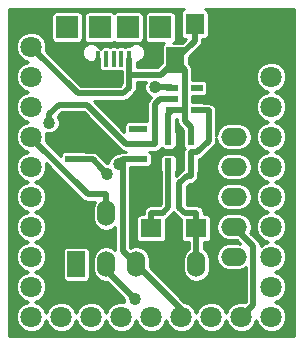
<source format=gbr>
G04 #@! TF.FileFunction,Copper,L1,Top,Signal*
%FSLAX46Y46*%
G04 Gerber Fmt 4.6, Leading zero omitted, Abs format (unit mm)*
G04 Created by KiCad (PCBNEW 0.201601131446+6458~42~ubuntu14.04.1-product) date Mon 18 Jan 2016 18:38:02 CET*
%MOMM*%
G01*
G04 APERTURE LIST*
%ADD10C,0.100000*%
%ADD11R,1.524000X2.199640*%
%ADD12O,1.524000X2.199640*%
%ADD13R,2.199640X1.524000*%
%ADD14O,2.199640X1.524000*%
%ADD15R,1.550000X0.600000*%
%ADD16R,1.600200X1.803400*%
%ADD17R,1.803400X1.600200*%
%ADD18R,1.000760X0.599440*%
%ADD19R,0.599440X1.000760*%
%ADD20R,1.897380X1.897380*%
%ADD21R,0.398780X1.348740*%
%ADD22R,0.398780X1.346200*%
%ADD23C,1.800000*%
%ADD24C,1.035000*%
%ADD25C,0.508000*%
%ADD26C,0.254000*%
G04 APERTURE END LIST*
D10*
D11*
X142240000Y-106807000D03*
D12*
X144780000Y-106807000D03*
D13*
X155575000Y-97790000D03*
D14*
X155575000Y-100330000D03*
X155575000Y-102870000D03*
X155575000Y-105410000D03*
X155575000Y-107950000D03*
X155575000Y-110490000D03*
D15*
X147480000Y-102235000D03*
X147480000Y-100965000D03*
X147480000Y-99695000D03*
X147480000Y-98425000D03*
X142080000Y-98425000D03*
X142080000Y-99695000D03*
X142080000Y-100965000D03*
X142080000Y-102235000D03*
D16*
X152273000Y-90805000D03*
X155067000Y-90805000D03*
D17*
X148590000Y-108077000D03*
X148590000Y-105283000D03*
X152400000Y-108077000D03*
X152400000Y-105283000D03*
D11*
X150622000Y-93853000D03*
D12*
X153162000Y-93853000D03*
D11*
X142240000Y-111125000D03*
D12*
X144780000Y-111125000D03*
X147320000Y-111125000D03*
X149860000Y-111125000D03*
X152400000Y-111125000D03*
D18*
X152440640Y-98107500D03*
X152440640Y-96202500D03*
X152440640Y-97155000D03*
X150327360Y-96202500D03*
X150327360Y-98107500D03*
X150327360Y-97155000D03*
D19*
X151955500Y-100543360D03*
X150050500Y-100543360D03*
X151003000Y-100543360D03*
X150050500Y-102656640D03*
X151955500Y-102656640D03*
D20*
X146613880Y-91059000D03*
X144216120Y-91059000D03*
X141465300Y-91059000D03*
X149364700Y-91059000D03*
D21*
X146715480Y-93733620D03*
D22*
X146062700Y-93733620D03*
X145415000Y-93733620D03*
X144767300Y-93733620D03*
X144114520Y-93733620D03*
D23*
X138430000Y-92710000D03*
X138430000Y-95250000D03*
X138430000Y-97790000D03*
X138430000Y-100330000D03*
X138430000Y-102870000D03*
X138430000Y-105410000D03*
X138430000Y-107950000D03*
X138430000Y-110490000D03*
X138430000Y-113030000D03*
X138430000Y-115570000D03*
X140970000Y-115570000D03*
X143510000Y-115570000D03*
X146050000Y-115570000D03*
X148590000Y-115570000D03*
X151130000Y-115570000D03*
X153670000Y-115570000D03*
X156210000Y-115570000D03*
X158750000Y-113030000D03*
X158750000Y-110490000D03*
X158750000Y-107950000D03*
X158750000Y-105410000D03*
X158750000Y-102870000D03*
X158750000Y-100330000D03*
X158750000Y-97790000D03*
X158750000Y-95250000D03*
X158750000Y-115570000D03*
X158750000Y-92710000D03*
D24*
X145162596Y-98123505D03*
X143721268Y-100358908D03*
X141097000Y-93218000D03*
X144877773Y-103470781D03*
X139956179Y-99146636D03*
X147193000Y-114046000D03*
X145836146Y-102608765D03*
X148920002Y-96116302D03*
D25*
X157233900Y-114546100D02*
X156210000Y-115570000D01*
X157233900Y-109608900D02*
X157233900Y-114546100D01*
X155575000Y-107950000D02*
X157233900Y-109608900D01*
X149571300Y-106768600D02*
X148590000Y-106768600D01*
X150050500Y-106289400D02*
X149571300Y-106768600D01*
X150050500Y-102656600D02*
X150050500Y-106289400D01*
X148590000Y-108077000D02*
X148590000Y-106768600D01*
X138430000Y-100408500D02*
X138430000Y-100330000D01*
X143220300Y-105198800D02*
X138430000Y-100408500D01*
X144780000Y-105198800D02*
X143220300Y-105198800D01*
X144780000Y-106807000D02*
X144780000Y-105198800D01*
X144115000Y-95854500D02*
X143033058Y-95854500D01*
X143033058Y-95854500D02*
X141081369Y-93902811D01*
X141081369Y-93902811D02*
X141081369Y-93233631D01*
X141081369Y-93233631D02*
X141097000Y-93218000D01*
X143721268Y-99627053D02*
X143721268Y-100358908D01*
X142080000Y-98425000D02*
X142555000Y-98425000D01*
X142555000Y-98425000D02*
X143721268Y-99591268D01*
X147480000Y-98425000D02*
X145464091Y-98425000D01*
X145464091Y-98425000D02*
X145162596Y-98123505D01*
X143721268Y-99591268D02*
X143721268Y-99627053D01*
X144115000Y-93733600D02*
X144115000Y-95854500D01*
X152273000Y-90805000D02*
X152273000Y-92215000D01*
X152273000Y-92215000D02*
X150635000Y-93853000D01*
X151432259Y-94663259D02*
X151432259Y-98171000D01*
X151432259Y-98171000D02*
X151432259Y-99011739D01*
X150327360Y-98107500D02*
X151368759Y-98107500D01*
X151368759Y-98107500D02*
X151432259Y-98171000D01*
X150050500Y-100543360D02*
X150050500Y-98384360D01*
X150050500Y-98384360D02*
X150327360Y-98107500D01*
X150622000Y-93853000D02*
X151432259Y-94663259D01*
X151432259Y-99011739D02*
X151955500Y-99534980D01*
X151955500Y-99534980D02*
X151955500Y-100543360D01*
X138430000Y-92710000D02*
X142381200Y-96661200D01*
X142381200Y-96661200D02*
X146230597Y-96661200D01*
X146230597Y-96661200D02*
X146715000Y-96176797D01*
X146715000Y-96176797D02*
X146715000Y-95827700D01*
X146715000Y-95827700D02*
X146715000Y-95090801D01*
X146715000Y-95090801D02*
X149384199Y-95090801D01*
X149384199Y-95090801D02*
X150622000Y-93853000D01*
X146715000Y-95854500D02*
X146685000Y-95885000D01*
X146715000Y-95827700D02*
X146715000Y-95854500D01*
X150635000Y-93853000D02*
X150622000Y-93853000D01*
X146715000Y-93733600D02*
X146715000Y-95073700D01*
X146715000Y-95073700D02*
X146715000Y-95827700D01*
X142080000Y-102235000D02*
X143641992Y-102235000D01*
X144360274Y-102953282D02*
X144877773Y-103470781D01*
X143641992Y-102235000D02*
X144360274Y-102953282D01*
X152440600Y-98107500D02*
X153449300Y-98107500D01*
X152460600Y-101647900D02*
X153449300Y-100659200D01*
X151955500Y-101647900D02*
X152460600Y-101647900D01*
X151955500Y-102152200D02*
X151955500Y-102656600D01*
X153449300Y-100659200D02*
X153449300Y-98107500D01*
X151590500Y-103665300D02*
X150982400Y-104273400D01*
X150982400Y-104273400D02*
X150982400Y-106332300D01*
X151955500Y-102152200D02*
X151955500Y-101647900D01*
X150982400Y-106332300D02*
X151418700Y-106768600D01*
X151418700Y-106768600D02*
X152400000Y-106768600D01*
X151955500Y-103665300D02*
X151590500Y-103665300D01*
X151955500Y-102656600D02*
X151955500Y-103665300D01*
X152400000Y-108077000D02*
X152400000Y-106768600D01*
X152400000Y-111125000D02*
X152400000Y-108077000D01*
X147480000Y-100965000D02*
X146482248Y-100965000D01*
X146482248Y-100965000D02*
X143134247Y-97616999D01*
X143134247Y-97616999D02*
X140753961Y-97616999D01*
X140753961Y-97616999D02*
X139956179Y-98414781D01*
X139956179Y-98414781D02*
X139956179Y-99146636D01*
X150327360Y-97155000D02*
X149318980Y-97155000D01*
X149318980Y-97155000D02*
X148911034Y-97562946D01*
X148911034Y-97562946D02*
X148911034Y-100965000D01*
X148911034Y-100965000D02*
X147480000Y-100965000D01*
X144780000Y-111125000D02*
X144780000Y-111633000D01*
X144780000Y-111633000D02*
X147193000Y-114046000D01*
X145836146Y-102595554D02*
X145836146Y-102608765D01*
X146196700Y-102235000D02*
X145836146Y-102595554D01*
X150241202Y-96116302D02*
X149651857Y-96116302D01*
X150327400Y-96202500D02*
X150241202Y-96116302D01*
X149651857Y-96116302D02*
X148920002Y-96116302D01*
X151130000Y-114935000D02*
X151130000Y-115570000D01*
X147320000Y-111125000D02*
X151130000Y-114935000D01*
X147480000Y-102235000D02*
X146196700Y-102235000D01*
X146196700Y-110001700D02*
X147320000Y-111125000D01*
X146196700Y-102235000D02*
X146196700Y-110001700D01*
D26*
G36*
X151331710Y-89541403D02*
X151202035Y-89624846D01*
X151115041Y-89752166D01*
X151084436Y-89903300D01*
X151084436Y-91706700D01*
X151111003Y-91847890D01*
X151194446Y-91977565D01*
X151321766Y-92064559D01*
X151472900Y-92095164D01*
X151494810Y-92095164D01*
X151225258Y-92364716D01*
X150462150Y-92364716D01*
X150584255Y-92286144D01*
X150671249Y-92158824D01*
X150701854Y-92007690D01*
X150701854Y-90110310D01*
X150675287Y-89969120D01*
X150591844Y-89839445D01*
X150464524Y-89752451D01*
X150313390Y-89721846D01*
X148416010Y-89721846D01*
X148274820Y-89748413D01*
X148145145Y-89831856D01*
X148058151Y-89959176D01*
X148027546Y-90110310D01*
X148027546Y-92007690D01*
X148054113Y-92148880D01*
X148137556Y-92278555D01*
X148264876Y-92365549D01*
X148416010Y-92396154D01*
X149711240Y-92396154D01*
X149589135Y-92474726D01*
X149502141Y-92602046D01*
X149471536Y-92753180D01*
X149471536Y-94105438D01*
X149121173Y-94455801D01*
X147350000Y-94455801D01*
X147350000Y-93987651D01*
X147469347Y-93987755D01*
X147756053Y-93869291D01*
X147975600Y-93650127D01*
X148094565Y-93363628D01*
X148094835Y-93053413D01*
X147976371Y-92766707D01*
X147757207Y-92547160D01*
X147470708Y-92428195D01*
X147160493Y-92427925D01*
X146873787Y-92546389D01*
X146749173Y-92670786D01*
X146516090Y-92670786D01*
X146381178Y-92696172D01*
X146262090Y-92672056D01*
X145863310Y-92672056D01*
X145734282Y-92696334D01*
X145614390Y-92672056D01*
X145215610Y-92672056D01*
X145086582Y-92696334D01*
X144966690Y-92672056D01*
X144567910Y-92672056D01*
X144426720Y-92698623D01*
X144297045Y-92782066D01*
X144228137Y-92882916D01*
X144179071Y-92764167D01*
X143959907Y-92544620D01*
X143673408Y-92425655D01*
X143363193Y-92425385D01*
X143076487Y-92543849D01*
X142856940Y-92763013D01*
X142737975Y-93049512D01*
X142737705Y-93359727D01*
X142856169Y-93646433D01*
X143075333Y-93865980D01*
X143361832Y-93984945D01*
X143672047Y-93985215D01*
X143958753Y-93866751D01*
X144178300Y-93647587D01*
X144179446Y-93644827D01*
X144179446Y-94406720D01*
X144206013Y-94547910D01*
X144289456Y-94677585D01*
X144416776Y-94764579D01*
X144567910Y-94795184D01*
X144966690Y-94795184D01*
X145095718Y-94770906D01*
X145215610Y-94795184D01*
X145614390Y-94795184D01*
X145743418Y-94770906D01*
X145863310Y-94795184D01*
X146080000Y-94795184D01*
X146080000Y-95732742D01*
X146050021Y-95890248D01*
X146059216Y-95934555D01*
X145967571Y-96026200D01*
X142644226Y-96026200D01*
X139673565Y-93055539D01*
X139710777Y-92965924D01*
X139711222Y-92456311D01*
X139516612Y-91985320D01*
X139156575Y-91624655D01*
X138685924Y-91429223D01*
X138176311Y-91428778D01*
X137705320Y-91623388D01*
X137344655Y-91983425D01*
X137149223Y-92454076D01*
X137148778Y-92963689D01*
X137343388Y-93434680D01*
X137703425Y-93795345D01*
X138148636Y-93980213D01*
X137705320Y-94163388D01*
X137344655Y-94523425D01*
X137149223Y-94994076D01*
X137148778Y-95503689D01*
X137343388Y-95974680D01*
X137703425Y-96335345D01*
X138148636Y-96520213D01*
X137705320Y-96703388D01*
X137344655Y-97063425D01*
X137149223Y-97534076D01*
X137148778Y-98043689D01*
X137343388Y-98514680D01*
X137703425Y-98875345D01*
X138148636Y-99060213D01*
X137705320Y-99243388D01*
X137344655Y-99603425D01*
X137149223Y-100074076D01*
X137148778Y-100583689D01*
X137343388Y-101054680D01*
X137703425Y-101415345D01*
X138148636Y-101600213D01*
X137705320Y-101783388D01*
X137344655Y-102143425D01*
X137149223Y-102614076D01*
X137148778Y-103123689D01*
X137343388Y-103594680D01*
X137703425Y-103955345D01*
X138148636Y-104140213D01*
X137705320Y-104323388D01*
X137344655Y-104683425D01*
X137149223Y-105154076D01*
X137148778Y-105663689D01*
X137343388Y-106134680D01*
X137703425Y-106495345D01*
X138148636Y-106680213D01*
X137705320Y-106863388D01*
X137344655Y-107223425D01*
X137149223Y-107694076D01*
X137148778Y-108203689D01*
X137343388Y-108674680D01*
X137703425Y-109035345D01*
X138148636Y-109220213D01*
X137705320Y-109403388D01*
X137344655Y-109763425D01*
X137149223Y-110234076D01*
X137148778Y-110743689D01*
X137343388Y-111214680D01*
X137703425Y-111575345D01*
X138148636Y-111760213D01*
X137705320Y-111943388D01*
X137344655Y-112303425D01*
X137149223Y-112774076D01*
X137148778Y-113283689D01*
X137343388Y-113754680D01*
X137703425Y-114115345D01*
X138148636Y-114300213D01*
X137705320Y-114483388D01*
X137344655Y-114843425D01*
X137149223Y-115314076D01*
X137148778Y-115823689D01*
X137343388Y-116294680D01*
X137703425Y-116655345D01*
X138174076Y-116850777D01*
X138683689Y-116851222D01*
X139154680Y-116656612D01*
X139515345Y-116296575D01*
X139700213Y-115851364D01*
X139883388Y-116294680D01*
X140243425Y-116655345D01*
X140714076Y-116850777D01*
X141223689Y-116851222D01*
X141694680Y-116656612D01*
X142055345Y-116296575D01*
X142240213Y-115851364D01*
X142423388Y-116294680D01*
X142783425Y-116655345D01*
X143254076Y-116850777D01*
X143763689Y-116851222D01*
X144234680Y-116656612D01*
X144595345Y-116296575D01*
X144780213Y-115851364D01*
X144963388Y-116294680D01*
X145323425Y-116655345D01*
X145794076Y-116850777D01*
X146303689Y-116851222D01*
X146774680Y-116656612D01*
X147135345Y-116296575D01*
X147320213Y-115851364D01*
X147503388Y-116294680D01*
X147863425Y-116655345D01*
X148334076Y-116850777D01*
X148843689Y-116851222D01*
X149314680Y-116656612D01*
X149675345Y-116296575D01*
X149860213Y-115851364D01*
X150043388Y-116294680D01*
X150403425Y-116655345D01*
X150874076Y-116850777D01*
X151383689Y-116851222D01*
X151854680Y-116656612D01*
X152215345Y-116296575D01*
X152400213Y-115851364D01*
X152583388Y-116294680D01*
X152943425Y-116655345D01*
X153414076Y-116850777D01*
X153923689Y-116851222D01*
X154394680Y-116656612D01*
X154755345Y-116296575D01*
X154940213Y-115851364D01*
X155123388Y-116294680D01*
X155483425Y-116655345D01*
X155954076Y-116850777D01*
X156463689Y-116851222D01*
X156934680Y-116656612D01*
X157295345Y-116296575D01*
X157480213Y-115851364D01*
X157663388Y-116294680D01*
X158023425Y-116655345D01*
X158494076Y-116850777D01*
X159003689Y-116851222D01*
X159474680Y-116656612D01*
X159835345Y-116296575D01*
X160030777Y-115825924D01*
X160031222Y-115316311D01*
X159836612Y-114845320D01*
X159476575Y-114484655D01*
X159031364Y-114299787D01*
X159474680Y-114116612D01*
X159835345Y-113756575D01*
X160030777Y-113285924D01*
X160031222Y-112776311D01*
X159836612Y-112305320D01*
X159476575Y-111944655D01*
X159031364Y-111759787D01*
X159474680Y-111576612D01*
X159835345Y-111216575D01*
X160030777Y-110745924D01*
X160031222Y-110236311D01*
X159836612Y-109765320D01*
X159476575Y-109404655D01*
X159031364Y-109219787D01*
X159474680Y-109036612D01*
X159835345Y-108676575D01*
X160030777Y-108205924D01*
X160031222Y-107696311D01*
X159836612Y-107225320D01*
X159476575Y-106864655D01*
X159031364Y-106679787D01*
X159474680Y-106496612D01*
X159835345Y-106136575D01*
X160030777Y-105665924D01*
X160031222Y-105156311D01*
X159836612Y-104685320D01*
X159476575Y-104324655D01*
X159031364Y-104139787D01*
X159474680Y-103956612D01*
X159835345Y-103596575D01*
X160030777Y-103125924D01*
X160031222Y-102616311D01*
X159836612Y-102145320D01*
X159476575Y-101784655D01*
X159031364Y-101599787D01*
X159474680Y-101416612D01*
X159835345Y-101056575D01*
X160030777Y-100585924D01*
X160031222Y-100076311D01*
X159836612Y-99605320D01*
X159476575Y-99244655D01*
X159031364Y-99059787D01*
X159474680Y-98876612D01*
X159835345Y-98516575D01*
X160030777Y-98045924D01*
X160031222Y-97536311D01*
X159836612Y-97065320D01*
X159476575Y-96704655D01*
X159031364Y-96519787D01*
X159474680Y-96336612D01*
X159835345Y-95976575D01*
X160030777Y-95505924D01*
X160031222Y-94996311D01*
X159836612Y-94525320D01*
X159476575Y-94164655D01*
X159005924Y-93969223D01*
X158496311Y-93968778D01*
X158025320Y-94163388D01*
X157664655Y-94523425D01*
X157469223Y-94994076D01*
X157468778Y-95503689D01*
X157663388Y-95974680D01*
X158023425Y-96335345D01*
X158468636Y-96520213D01*
X158025320Y-96703388D01*
X157664655Y-97063425D01*
X157469223Y-97534076D01*
X157468778Y-98043689D01*
X157663388Y-98514680D01*
X158023425Y-98875345D01*
X158468636Y-99060213D01*
X158025320Y-99243388D01*
X157664655Y-99603425D01*
X157469223Y-100074076D01*
X157468778Y-100583689D01*
X157663388Y-101054680D01*
X158023425Y-101415345D01*
X158468636Y-101600213D01*
X158025320Y-101783388D01*
X157664655Y-102143425D01*
X157469223Y-102614076D01*
X157468778Y-103123689D01*
X157663388Y-103594680D01*
X158023425Y-103955345D01*
X158468636Y-104140213D01*
X158025320Y-104323388D01*
X157664655Y-104683425D01*
X157469223Y-105154076D01*
X157468778Y-105663689D01*
X157663388Y-106134680D01*
X158023425Y-106495345D01*
X158468636Y-106680213D01*
X158025320Y-106863388D01*
X157664655Y-107223425D01*
X157469223Y-107694076D01*
X157468778Y-108203689D01*
X157663388Y-108674680D01*
X158023425Y-109035345D01*
X158468636Y-109220213D01*
X158025320Y-109403388D01*
X157860708Y-109567714D01*
X157820564Y-109365896D01*
X157682913Y-109159887D01*
X156962821Y-108439795D01*
X156997825Y-108387407D01*
X157084831Y-107950000D01*
X156997825Y-107512593D01*
X156750054Y-107141777D01*
X156379238Y-106894006D01*
X155941831Y-106807000D01*
X155208169Y-106807000D01*
X154770762Y-106894006D01*
X154399946Y-107141777D01*
X154152175Y-107512593D01*
X154065169Y-107950000D01*
X154152175Y-108387407D01*
X154399946Y-108758223D01*
X154770762Y-109005994D01*
X155208169Y-109093000D01*
X155819974Y-109093000D01*
X156106786Y-109379812D01*
X155941831Y-109347000D01*
X155208169Y-109347000D01*
X154770762Y-109434006D01*
X154399946Y-109681777D01*
X154152175Y-110052593D01*
X154065169Y-110490000D01*
X154152175Y-110927407D01*
X154399946Y-111298223D01*
X154770762Y-111545994D01*
X155208169Y-111633000D01*
X155941831Y-111633000D01*
X156379238Y-111545994D01*
X156598900Y-111399221D01*
X156598900Y-114283074D01*
X156555539Y-114326435D01*
X156465924Y-114289223D01*
X155956311Y-114288778D01*
X155485320Y-114483388D01*
X155124655Y-114843425D01*
X154939787Y-115288636D01*
X154756612Y-114845320D01*
X154396575Y-114484655D01*
X153925924Y-114289223D01*
X153416311Y-114288778D01*
X152945320Y-114483388D01*
X152584655Y-114843425D01*
X152399787Y-115288636D01*
X152216612Y-114845320D01*
X151856575Y-114484655D01*
X151385924Y-114289223D01*
X151382246Y-114289220D01*
X148463000Y-111369974D01*
X148463000Y-110758169D01*
X148375994Y-110320762D01*
X148128223Y-109949946D01*
X147757407Y-109702175D01*
X147320000Y-109615169D01*
X146882593Y-109702175D01*
X146831700Y-109736181D01*
X146831700Y-102923464D01*
X148255000Y-102923464D01*
X148396190Y-102896897D01*
X148525865Y-102813454D01*
X148612859Y-102686134D01*
X148643464Y-102535000D01*
X148643464Y-101935000D01*
X148616897Y-101793810D01*
X148533454Y-101664135D01*
X148439589Y-101600000D01*
X148911034Y-101600000D01*
X149154038Y-101551664D01*
X149360047Y-101414013D01*
X149449829Y-101279644D01*
X149472326Y-101314605D01*
X149599646Y-101401599D01*
X149750780Y-101432204D01*
X150350220Y-101432204D01*
X150491410Y-101405637D01*
X150621085Y-101322194D01*
X150708079Y-101194874D01*
X150738684Y-101043740D01*
X150738684Y-100042980D01*
X150712117Y-99901790D01*
X150685500Y-99860426D01*
X150685500Y-98795684D01*
X150797259Y-98795684D01*
X150797259Y-99011739D01*
X150845595Y-99254743D01*
X150983246Y-99460752D01*
X151320500Y-99798005D01*
X151320500Y-99858801D01*
X151297921Y-99891846D01*
X151267316Y-100042980D01*
X151267316Y-101043740D01*
X151293883Y-101184930D01*
X151377326Y-101314605D01*
X151412917Y-101338924D01*
X151368836Y-101404896D01*
X151320500Y-101647900D01*
X151320500Y-101972081D01*
X151297921Y-102005126D01*
X151267316Y-102156260D01*
X151267316Y-103132210D01*
X151141487Y-103216287D01*
X150685500Y-103672274D01*
X150685500Y-103341199D01*
X150708079Y-103308154D01*
X150738684Y-103157020D01*
X150738684Y-102156260D01*
X150712117Y-102015070D01*
X150628674Y-101885395D01*
X150501354Y-101798401D01*
X150350220Y-101767796D01*
X149750780Y-101767796D01*
X149609590Y-101794363D01*
X149479915Y-101877806D01*
X149392921Y-102005126D01*
X149362316Y-102156260D01*
X149362316Y-103157020D01*
X149388883Y-103298210D01*
X149415500Y-103339574D01*
X149415500Y-106026374D01*
X149308274Y-106133600D01*
X148590000Y-106133600D01*
X148346996Y-106181936D01*
X148140987Y-106319587D01*
X148003336Y-106525596D01*
X147955000Y-106768600D01*
X147955000Y-106888436D01*
X147688300Y-106888436D01*
X147547110Y-106915003D01*
X147417435Y-106998446D01*
X147330441Y-107125766D01*
X147299836Y-107276900D01*
X147299836Y-108877100D01*
X147326403Y-109018290D01*
X147409846Y-109147965D01*
X147537166Y-109234959D01*
X147688300Y-109265564D01*
X149491700Y-109265564D01*
X149632890Y-109238997D01*
X149762565Y-109155554D01*
X149849559Y-109028234D01*
X149880164Y-108877100D01*
X149880164Y-107311258D01*
X150020313Y-107217613D01*
X150499513Y-106738413D01*
X150502118Y-106734515D01*
X150533387Y-106781313D01*
X150969687Y-107217613D01*
X151109836Y-107311258D01*
X151109836Y-108877100D01*
X151136403Y-109018290D01*
X151219846Y-109147965D01*
X151347166Y-109234959D01*
X151498300Y-109265564D01*
X151765000Y-109265564D01*
X151765000Y-109834202D01*
X151591777Y-109949946D01*
X151344006Y-110320762D01*
X151257000Y-110758169D01*
X151257000Y-111491831D01*
X151344006Y-111929238D01*
X151591777Y-112300054D01*
X151962593Y-112547825D01*
X152400000Y-112634831D01*
X152837407Y-112547825D01*
X153208223Y-112300054D01*
X153455994Y-111929238D01*
X153543000Y-111491831D01*
X153543000Y-110758169D01*
X153455994Y-110320762D01*
X153208223Y-109949946D01*
X153035000Y-109834202D01*
X153035000Y-109265564D01*
X153301700Y-109265564D01*
X153442890Y-109238997D01*
X153572565Y-109155554D01*
X153659559Y-109028234D01*
X153690164Y-108877100D01*
X153690164Y-107276900D01*
X153663597Y-107135710D01*
X153580154Y-107006035D01*
X153452834Y-106919041D01*
X153301700Y-106888436D01*
X153035000Y-106888436D01*
X153035000Y-106768600D01*
X152986664Y-106525596D01*
X152849013Y-106319587D01*
X152643004Y-106181936D01*
X152400000Y-106133600D01*
X151681726Y-106133600D01*
X151617400Y-106069274D01*
X151617400Y-105410000D01*
X154065169Y-105410000D01*
X154152175Y-105847407D01*
X154399946Y-106218223D01*
X154770762Y-106465994D01*
X155208169Y-106553000D01*
X155941831Y-106553000D01*
X156379238Y-106465994D01*
X156750054Y-106218223D01*
X156997825Y-105847407D01*
X157084831Y-105410000D01*
X156997825Y-104972593D01*
X156750054Y-104601777D01*
X156379238Y-104354006D01*
X155941831Y-104267000D01*
X155208169Y-104267000D01*
X154770762Y-104354006D01*
X154399946Y-104601777D01*
X154152175Y-104972593D01*
X154065169Y-105410000D01*
X151617400Y-105410000D01*
X151617400Y-104536426D01*
X151853526Y-104300300D01*
X151955500Y-104300300D01*
X152198504Y-104251964D01*
X152404513Y-104114313D01*
X152542164Y-103908304D01*
X152590500Y-103665300D01*
X152590500Y-103341199D01*
X152613079Y-103308154D01*
X152643684Y-103157020D01*
X152643684Y-102870000D01*
X154065169Y-102870000D01*
X154152175Y-103307407D01*
X154399946Y-103678223D01*
X154770762Y-103925994D01*
X155208169Y-104013000D01*
X155941831Y-104013000D01*
X156379238Y-103925994D01*
X156750054Y-103678223D01*
X156997825Y-103307407D01*
X157084831Y-102870000D01*
X156997825Y-102432593D01*
X156750054Y-102061777D01*
X156379238Y-101814006D01*
X155941831Y-101727000D01*
X155208169Y-101727000D01*
X154770762Y-101814006D01*
X154399946Y-102061777D01*
X154152175Y-102432593D01*
X154065169Y-102870000D01*
X152643684Y-102870000D01*
X152643684Y-102246483D01*
X152703604Y-102234564D01*
X152909613Y-102096913D01*
X153898313Y-101108213D01*
X154035964Y-100902204D01*
X154084300Y-100659200D01*
X154084300Y-100426178D01*
X154152175Y-100767407D01*
X154399946Y-101138223D01*
X154770762Y-101385994D01*
X155208169Y-101473000D01*
X155941831Y-101473000D01*
X156379238Y-101385994D01*
X156750054Y-101138223D01*
X156997825Y-100767407D01*
X157084831Y-100330000D01*
X156997825Y-99892593D01*
X156750054Y-99521777D01*
X156379238Y-99274006D01*
X155941831Y-99187000D01*
X155208169Y-99187000D01*
X154770762Y-99274006D01*
X154399946Y-99521777D01*
X154152175Y-99892593D01*
X154084300Y-100233822D01*
X154084300Y-98107500D01*
X154035964Y-97864496D01*
X153898313Y-97658487D01*
X153692304Y-97520836D01*
X153449300Y-97472500D01*
X153125199Y-97472500D01*
X153092154Y-97449921D01*
X152941020Y-97419316D01*
X152067259Y-97419316D01*
X152067259Y-96890684D01*
X152941020Y-96890684D01*
X153082210Y-96864117D01*
X153211885Y-96780674D01*
X153298879Y-96653354D01*
X153329484Y-96502220D01*
X153329484Y-95902780D01*
X153302917Y-95761590D01*
X153219474Y-95631915D01*
X153092154Y-95544921D01*
X152941020Y-95514316D01*
X152067259Y-95514316D01*
X152067259Y-94663259D01*
X152059587Y-94624687D01*
X152018923Y-94420254D01*
X151881272Y-94214246D01*
X151772464Y-94105438D01*
X151772464Y-93613562D01*
X152722013Y-92664013D01*
X152859664Y-92458004D01*
X152908000Y-92215000D01*
X152908000Y-92095164D01*
X153073100Y-92095164D01*
X153214290Y-92068597D01*
X153343965Y-91985154D01*
X153430959Y-91857834D01*
X153461564Y-91706700D01*
X153461564Y-89903300D01*
X153434997Y-89762110D01*
X153351554Y-89632435D01*
X153224234Y-89545441D01*
X153172674Y-89535000D01*
X160655000Y-89535000D01*
X160655000Y-117221000D01*
X136525000Y-117221000D01*
X136525000Y-90110310D01*
X140128146Y-90110310D01*
X140128146Y-92007690D01*
X140154713Y-92148880D01*
X140238156Y-92278555D01*
X140365476Y-92365549D01*
X140516610Y-92396154D01*
X142413990Y-92396154D01*
X142555180Y-92369587D01*
X142684855Y-92286144D01*
X142771849Y-92158824D01*
X142802454Y-92007690D01*
X142802454Y-90110310D01*
X142878966Y-90110310D01*
X142878966Y-92007690D01*
X142905533Y-92148880D01*
X142988976Y-92278555D01*
X143116296Y-92365549D01*
X143267430Y-92396154D01*
X145164810Y-92396154D01*
X145306000Y-92369587D01*
X145416192Y-92298681D01*
X145514056Y-92365549D01*
X145665190Y-92396154D01*
X147562570Y-92396154D01*
X147703760Y-92369587D01*
X147833435Y-92286144D01*
X147920429Y-92158824D01*
X147951034Y-92007690D01*
X147951034Y-90110310D01*
X147924467Y-89969120D01*
X147841024Y-89839445D01*
X147713704Y-89752451D01*
X147562570Y-89721846D01*
X145665190Y-89721846D01*
X145524000Y-89748413D01*
X145413808Y-89819319D01*
X145315944Y-89752451D01*
X145164810Y-89721846D01*
X143267430Y-89721846D01*
X143126240Y-89748413D01*
X142996565Y-89831856D01*
X142909571Y-89959176D01*
X142878966Y-90110310D01*
X142802454Y-90110310D01*
X142775887Y-89969120D01*
X142692444Y-89839445D01*
X142565124Y-89752451D01*
X142413990Y-89721846D01*
X140516610Y-89721846D01*
X140375420Y-89748413D01*
X140245745Y-89831856D01*
X140158751Y-89959176D01*
X140128146Y-90110310D01*
X136525000Y-90110310D01*
X136525000Y-89535000D01*
X151365739Y-89535000D01*
X151331710Y-89541403D01*
X151331710Y-89541403D01*
G37*
X151331710Y-89541403D02*
X151202035Y-89624846D01*
X151115041Y-89752166D01*
X151084436Y-89903300D01*
X151084436Y-91706700D01*
X151111003Y-91847890D01*
X151194446Y-91977565D01*
X151321766Y-92064559D01*
X151472900Y-92095164D01*
X151494810Y-92095164D01*
X151225258Y-92364716D01*
X150462150Y-92364716D01*
X150584255Y-92286144D01*
X150671249Y-92158824D01*
X150701854Y-92007690D01*
X150701854Y-90110310D01*
X150675287Y-89969120D01*
X150591844Y-89839445D01*
X150464524Y-89752451D01*
X150313390Y-89721846D01*
X148416010Y-89721846D01*
X148274820Y-89748413D01*
X148145145Y-89831856D01*
X148058151Y-89959176D01*
X148027546Y-90110310D01*
X148027546Y-92007690D01*
X148054113Y-92148880D01*
X148137556Y-92278555D01*
X148264876Y-92365549D01*
X148416010Y-92396154D01*
X149711240Y-92396154D01*
X149589135Y-92474726D01*
X149502141Y-92602046D01*
X149471536Y-92753180D01*
X149471536Y-94105438D01*
X149121173Y-94455801D01*
X147350000Y-94455801D01*
X147350000Y-93987651D01*
X147469347Y-93987755D01*
X147756053Y-93869291D01*
X147975600Y-93650127D01*
X148094565Y-93363628D01*
X148094835Y-93053413D01*
X147976371Y-92766707D01*
X147757207Y-92547160D01*
X147470708Y-92428195D01*
X147160493Y-92427925D01*
X146873787Y-92546389D01*
X146749173Y-92670786D01*
X146516090Y-92670786D01*
X146381178Y-92696172D01*
X146262090Y-92672056D01*
X145863310Y-92672056D01*
X145734282Y-92696334D01*
X145614390Y-92672056D01*
X145215610Y-92672056D01*
X145086582Y-92696334D01*
X144966690Y-92672056D01*
X144567910Y-92672056D01*
X144426720Y-92698623D01*
X144297045Y-92782066D01*
X144228137Y-92882916D01*
X144179071Y-92764167D01*
X143959907Y-92544620D01*
X143673408Y-92425655D01*
X143363193Y-92425385D01*
X143076487Y-92543849D01*
X142856940Y-92763013D01*
X142737975Y-93049512D01*
X142737705Y-93359727D01*
X142856169Y-93646433D01*
X143075333Y-93865980D01*
X143361832Y-93984945D01*
X143672047Y-93985215D01*
X143958753Y-93866751D01*
X144178300Y-93647587D01*
X144179446Y-93644827D01*
X144179446Y-94406720D01*
X144206013Y-94547910D01*
X144289456Y-94677585D01*
X144416776Y-94764579D01*
X144567910Y-94795184D01*
X144966690Y-94795184D01*
X145095718Y-94770906D01*
X145215610Y-94795184D01*
X145614390Y-94795184D01*
X145743418Y-94770906D01*
X145863310Y-94795184D01*
X146080000Y-94795184D01*
X146080000Y-95732742D01*
X146050021Y-95890248D01*
X146059216Y-95934555D01*
X145967571Y-96026200D01*
X142644226Y-96026200D01*
X139673565Y-93055539D01*
X139710777Y-92965924D01*
X139711222Y-92456311D01*
X139516612Y-91985320D01*
X139156575Y-91624655D01*
X138685924Y-91429223D01*
X138176311Y-91428778D01*
X137705320Y-91623388D01*
X137344655Y-91983425D01*
X137149223Y-92454076D01*
X137148778Y-92963689D01*
X137343388Y-93434680D01*
X137703425Y-93795345D01*
X138148636Y-93980213D01*
X137705320Y-94163388D01*
X137344655Y-94523425D01*
X137149223Y-94994076D01*
X137148778Y-95503689D01*
X137343388Y-95974680D01*
X137703425Y-96335345D01*
X138148636Y-96520213D01*
X137705320Y-96703388D01*
X137344655Y-97063425D01*
X137149223Y-97534076D01*
X137148778Y-98043689D01*
X137343388Y-98514680D01*
X137703425Y-98875345D01*
X138148636Y-99060213D01*
X137705320Y-99243388D01*
X137344655Y-99603425D01*
X137149223Y-100074076D01*
X137148778Y-100583689D01*
X137343388Y-101054680D01*
X137703425Y-101415345D01*
X138148636Y-101600213D01*
X137705320Y-101783388D01*
X137344655Y-102143425D01*
X137149223Y-102614076D01*
X137148778Y-103123689D01*
X137343388Y-103594680D01*
X137703425Y-103955345D01*
X138148636Y-104140213D01*
X137705320Y-104323388D01*
X137344655Y-104683425D01*
X137149223Y-105154076D01*
X137148778Y-105663689D01*
X137343388Y-106134680D01*
X137703425Y-106495345D01*
X138148636Y-106680213D01*
X137705320Y-106863388D01*
X137344655Y-107223425D01*
X137149223Y-107694076D01*
X137148778Y-108203689D01*
X137343388Y-108674680D01*
X137703425Y-109035345D01*
X138148636Y-109220213D01*
X137705320Y-109403388D01*
X137344655Y-109763425D01*
X137149223Y-110234076D01*
X137148778Y-110743689D01*
X137343388Y-111214680D01*
X137703425Y-111575345D01*
X138148636Y-111760213D01*
X137705320Y-111943388D01*
X137344655Y-112303425D01*
X137149223Y-112774076D01*
X137148778Y-113283689D01*
X137343388Y-113754680D01*
X137703425Y-114115345D01*
X138148636Y-114300213D01*
X137705320Y-114483388D01*
X137344655Y-114843425D01*
X137149223Y-115314076D01*
X137148778Y-115823689D01*
X137343388Y-116294680D01*
X137703425Y-116655345D01*
X138174076Y-116850777D01*
X138683689Y-116851222D01*
X139154680Y-116656612D01*
X139515345Y-116296575D01*
X139700213Y-115851364D01*
X139883388Y-116294680D01*
X140243425Y-116655345D01*
X140714076Y-116850777D01*
X141223689Y-116851222D01*
X141694680Y-116656612D01*
X142055345Y-116296575D01*
X142240213Y-115851364D01*
X142423388Y-116294680D01*
X142783425Y-116655345D01*
X143254076Y-116850777D01*
X143763689Y-116851222D01*
X144234680Y-116656612D01*
X144595345Y-116296575D01*
X144780213Y-115851364D01*
X144963388Y-116294680D01*
X145323425Y-116655345D01*
X145794076Y-116850777D01*
X146303689Y-116851222D01*
X146774680Y-116656612D01*
X147135345Y-116296575D01*
X147320213Y-115851364D01*
X147503388Y-116294680D01*
X147863425Y-116655345D01*
X148334076Y-116850777D01*
X148843689Y-116851222D01*
X149314680Y-116656612D01*
X149675345Y-116296575D01*
X149860213Y-115851364D01*
X150043388Y-116294680D01*
X150403425Y-116655345D01*
X150874076Y-116850777D01*
X151383689Y-116851222D01*
X151854680Y-116656612D01*
X152215345Y-116296575D01*
X152400213Y-115851364D01*
X152583388Y-116294680D01*
X152943425Y-116655345D01*
X153414076Y-116850777D01*
X153923689Y-116851222D01*
X154394680Y-116656612D01*
X154755345Y-116296575D01*
X154940213Y-115851364D01*
X155123388Y-116294680D01*
X155483425Y-116655345D01*
X155954076Y-116850777D01*
X156463689Y-116851222D01*
X156934680Y-116656612D01*
X157295345Y-116296575D01*
X157480213Y-115851364D01*
X157663388Y-116294680D01*
X158023425Y-116655345D01*
X158494076Y-116850777D01*
X159003689Y-116851222D01*
X159474680Y-116656612D01*
X159835345Y-116296575D01*
X160030777Y-115825924D01*
X160031222Y-115316311D01*
X159836612Y-114845320D01*
X159476575Y-114484655D01*
X159031364Y-114299787D01*
X159474680Y-114116612D01*
X159835345Y-113756575D01*
X160030777Y-113285924D01*
X160031222Y-112776311D01*
X159836612Y-112305320D01*
X159476575Y-111944655D01*
X159031364Y-111759787D01*
X159474680Y-111576612D01*
X159835345Y-111216575D01*
X160030777Y-110745924D01*
X160031222Y-110236311D01*
X159836612Y-109765320D01*
X159476575Y-109404655D01*
X159031364Y-109219787D01*
X159474680Y-109036612D01*
X159835345Y-108676575D01*
X160030777Y-108205924D01*
X160031222Y-107696311D01*
X159836612Y-107225320D01*
X159476575Y-106864655D01*
X159031364Y-106679787D01*
X159474680Y-106496612D01*
X159835345Y-106136575D01*
X160030777Y-105665924D01*
X160031222Y-105156311D01*
X159836612Y-104685320D01*
X159476575Y-104324655D01*
X159031364Y-104139787D01*
X159474680Y-103956612D01*
X159835345Y-103596575D01*
X160030777Y-103125924D01*
X160031222Y-102616311D01*
X159836612Y-102145320D01*
X159476575Y-101784655D01*
X159031364Y-101599787D01*
X159474680Y-101416612D01*
X159835345Y-101056575D01*
X160030777Y-100585924D01*
X160031222Y-100076311D01*
X159836612Y-99605320D01*
X159476575Y-99244655D01*
X159031364Y-99059787D01*
X159474680Y-98876612D01*
X159835345Y-98516575D01*
X160030777Y-98045924D01*
X160031222Y-97536311D01*
X159836612Y-97065320D01*
X159476575Y-96704655D01*
X159031364Y-96519787D01*
X159474680Y-96336612D01*
X159835345Y-95976575D01*
X160030777Y-95505924D01*
X160031222Y-94996311D01*
X159836612Y-94525320D01*
X159476575Y-94164655D01*
X159005924Y-93969223D01*
X158496311Y-93968778D01*
X158025320Y-94163388D01*
X157664655Y-94523425D01*
X157469223Y-94994076D01*
X157468778Y-95503689D01*
X157663388Y-95974680D01*
X158023425Y-96335345D01*
X158468636Y-96520213D01*
X158025320Y-96703388D01*
X157664655Y-97063425D01*
X157469223Y-97534076D01*
X157468778Y-98043689D01*
X157663388Y-98514680D01*
X158023425Y-98875345D01*
X158468636Y-99060213D01*
X158025320Y-99243388D01*
X157664655Y-99603425D01*
X157469223Y-100074076D01*
X157468778Y-100583689D01*
X157663388Y-101054680D01*
X158023425Y-101415345D01*
X158468636Y-101600213D01*
X158025320Y-101783388D01*
X157664655Y-102143425D01*
X157469223Y-102614076D01*
X157468778Y-103123689D01*
X157663388Y-103594680D01*
X158023425Y-103955345D01*
X158468636Y-104140213D01*
X158025320Y-104323388D01*
X157664655Y-104683425D01*
X157469223Y-105154076D01*
X157468778Y-105663689D01*
X157663388Y-106134680D01*
X158023425Y-106495345D01*
X158468636Y-106680213D01*
X158025320Y-106863388D01*
X157664655Y-107223425D01*
X157469223Y-107694076D01*
X157468778Y-108203689D01*
X157663388Y-108674680D01*
X158023425Y-109035345D01*
X158468636Y-109220213D01*
X158025320Y-109403388D01*
X157860708Y-109567714D01*
X157820564Y-109365896D01*
X157682913Y-109159887D01*
X156962821Y-108439795D01*
X156997825Y-108387407D01*
X157084831Y-107950000D01*
X156997825Y-107512593D01*
X156750054Y-107141777D01*
X156379238Y-106894006D01*
X155941831Y-106807000D01*
X155208169Y-106807000D01*
X154770762Y-106894006D01*
X154399946Y-107141777D01*
X154152175Y-107512593D01*
X154065169Y-107950000D01*
X154152175Y-108387407D01*
X154399946Y-108758223D01*
X154770762Y-109005994D01*
X155208169Y-109093000D01*
X155819974Y-109093000D01*
X156106786Y-109379812D01*
X155941831Y-109347000D01*
X155208169Y-109347000D01*
X154770762Y-109434006D01*
X154399946Y-109681777D01*
X154152175Y-110052593D01*
X154065169Y-110490000D01*
X154152175Y-110927407D01*
X154399946Y-111298223D01*
X154770762Y-111545994D01*
X155208169Y-111633000D01*
X155941831Y-111633000D01*
X156379238Y-111545994D01*
X156598900Y-111399221D01*
X156598900Y-114283074D01*
X156555539Y-114326435D01*
X156465924Y-114289223D01*
X155956311Y-114288778D01*
X155485320Y-114483388D01*
X155124655Y-114843425D01*
X154939787Y-115288636D01*
X154756612Y-114845320D01*
X154396575Y-114484655D01*
X153925924Y-114289223D01*
X153416311Y-114288778D01*
X152945320Y-114483388D01*
X152584655Y-114843425D01*
X152399787Y-115288636D01*
X152216612Y-114845320D01*
X151856575Y-114484655D01*
X151385924Y-114289223D01*
X151382246Y-114289220D01*
X148463000Y-111369974D01*
X148463000Y-110758169D01*
X148375994Y-110320762D01*
X148128223Y-109949946D01*
X147757407Y-109702175D01*
X147320000Y-109615169D01*
X146882593Y-109702175D01*
X146831700Y-109736181D01*
X146831700Y-102923464D01*
X148255000Y-102923464D01*
X148396190Y-102896897D01*
X148525865Y-102813454D01*
X148612859Y-102686134D01*
X148643464Y-102535000D01*
X148643464Y-101935000D01*
X148616897Y-101793810D01*
X148533454Y-101664135D01*
X148439589Y-101600000D01*
X148911034Y-101600000D01*
X149154038Y-101551664D01*
X149360047Y-101414013D01*
X149449829Y-101279644D01*
X149472326Y-101314605D01*
X149599646Y-101401599D01*
X149750780Y-101432204D01*
X150350220Y-101432204D01*
X150491410Y-101405637D01*
X150621085Y-101322194D01*
X150708079Y-101194874D01*
X150738684Y-101043740D01*
X150738684Y-100042980D01*
X150712117Y-99901790D01*
X150685500Y-99860426D01*
X150685500Y-98795684D01*
X150797259Y-98795684D01*
X150797259Y-99011739D01*
X150845595Y-99254743D01*
X150983246Y-99460752D01*
X151320500Y-99798005D01*
X151320500Y-99858801D01*
X151297921Y-99891846D01*
X151267316Y-100042980D01*
X151267316Y-101043740D01*
X151293883Y-101184930D01*
X151377326Y-101314605D01*
X151412917Y-101338924D01*
X151368836Y-101404896D01*
X151320500Y-101647900D01*
X151320500Y-101972081D01*
X151297921Y-102005126D01*
X151267316Y-102156260D01*
X151267316Y-103132210D01*
X151141487Y-103216287D01*
X150685500Y-103672274D01*
X150685500Y-103341199D01*
X150708079Y-103308154D01*
X150738684Y-103157020D01*
X150738684Y-102156260D01*
X150712117Y-102015070D01*
X150628674Y-101885395D01*
X150501354Y-101798401D01*
X150350220Y-101767796D01*
X149750780Y-101767796D01*
X149609590Y-101794363D01*
X149479915Y-101877806D01*
X149392921Y-102005126D01*
X149362316Y-102156260D01*
X149362316Y-103157020D01*
X149388883Y-103298210D01*
X149415500Y-103339574D01*
X149415500Y-106026374D01*
X149308274Y-106133600D01*
X148590000Y-106133600D01*
X148346996Y-106181936D01*
X148140987Y-106319587D01*
X148003336Y-106525596D01*
X147955000Y-106768600D01*
X147955000Y-106888436D01*
X147688300Y-106888436D01*
X147547110Y-106915003D01*
X147417435Y-106998446D01*
X147330441Y-107125766D01*
X147299836Y-107276900D01*
X147299836Y-108877100D01*
X147326403Y-109018290D01*
X147409846Y-109147965D01*
X147537166Y-109234959D01*
X147688300Y-109265564D01*
X149491700Y-109265564D01*
X149632890Y-109238997D01*
X149762565Y-109155554D01*
X149849559Y-109028234D01*
X149880164Y-108877100D01*
X149880164Y-107311258D01*
X150020313Y-107217613D01*
X150499513Y-106738413D01*
X150502118Y-106734515D01*
X150533387Y-106781313D01*
X150969687Y-107217613D01*
X151109836Y-107311258D01*
X151109836Y-108877100D01*
X151136403Y-109018290D01*
X151219846Y-109147965D01*
X151347166Y-109234959D01*
X151498300Y-109265564D01*
X151765000Y-109265564D01*
X151765000Y-109834202D01*
X151591777Y-109949946D01*
X151344006Y-110320762D01*
X151257000Y-110758169D01*
X151257000Y-111491831D01*
X151344006Y-111929238D01*
X151591777Y-112300054D01*
X151962593Y-112547825D01*
X152400000Y-112634831D01*
X152837407Y-112547825D01*
X153208223Y-112300054D01*
X153455994Y-111929238D01*
X153543000Y-111491831D01*
X153543000Y-110758169D01*
X153455994Y-110320762D01*
X153208223Y-109949946D01*
X153035000Y-109834202D01*
X153035000Y-109265564D01*
X153301700Y-109265564D01*
X153442890Y-109238997D01*
X153572565Y-109155554D01*
X153659559Y-109028234D01*
X153690164Y-108877100D01*
X153690164Y-107276900D01*
X153663597Y-107135710D01*
X153580154Y-107006035D01*
X153452834Y-106919041D01*
X153301700Y-106888436D01*
X153035000Y-106888436D01*
X153035000Y-106768600D01*
X152986664Y-106525596D01*
X152849013Y-106319587D01*
X152643004Y-106181936D01*
X152400000Y-106133600D01*
X151681726Y-106133600D01*
X151617400Y-106069274D01*
X151617400Y-105410000D01*
X154065169Y-105410000D01*
X154152175Y-105847407D01*
X154399946Y-106218223D01*
X154770762Y-106465994D01*
X155208169Y-106553000D01*
X155941831Y-106553000D01*
X156379238Y-106465994D01*
X156750054Y-106218223D01*
X156997825Y-105847407D01*
X157084831Y-105410000D01*
X156997825Y-104972593D01*
X156750054Y-104601777D01*
X156379238Y-104354006D01*
X155941831Y-104267000D01*
X155208169Y-104267000D01*
X154770762Y-104354006D01*
X154399946Y-104601777D01*
X154152175Y-104972593D01*
X154065169Y-105410000D01*
X151617400Y-105410000D01*
X151617400Y-104536426D01*
X151853526Y-104300300D01*
X151955500Y-104300300D01*
X152198504Y-104251964D01*
X152404513Y-104114313D01*
X152542164Y-103908304D01*
X152590500Y-103665300D01*
X152590500Y-103341199D01*
X152613079Y-103308154D01*
X152643684Y-103157020D01*
X152643684Y-102870000D01*
X154065169Y-102870000D01*
X154152175Y-103307407D01*
X154399946Y-103678223D01*
X154770762Y-103925994D01*
X155208169Y-104013000D01*
X155941831Y-104013000D01*
X156379238Y-103925994D01*
X156750054Y-103678223D01*
X156997825Y-103307407D01*
X157084831Y-102870000D01*
X156997825Y-102432593D01*
X156750054Y-102061777D01*
X156379238Y-101814006D01*
X155941831Y-101727000D01*
X155208169Y-101727000D01*
X154770762Y-101814006D01*
X154399946Y-102061777D01*
X154152175Y-102432593D01*
X154065169Y-102870000D01*
X152643684Y-102870000D01*
X152643684Y-102246483D01*
X152703604Y-102234564D01*
X152909613Y-102096913D01*
X153898313Y-101108213D01*
X154035964Y-100902204D01*
X154084300Y-100659200D01*
X154084300Y-100426178D01*
X154152175Y-100767407D01*
X154399946Y-101138223D01*
X154770762Y-101385994D01*
X155208169Y-101473000D01*
X155941831Y-101473000D01*
X156379238Y-101385994D01*
X156750054Y-101138223D01*
X156997825Y-100767407D01*
X157084831Y-100330000D01*
X156997825Y-99892593D01*
X156750054Y-99521777D01*
X156379238Y-99274006D01*
X155941831Y-99187000D01*
X155208169Y-99187000D01*
X154770762Y-99274006D01*
X154399946Y-99521777D01*
X154152175Y-99892593D01*
X154084300Y-100233822D01*
X154084300Y-98107500D01*
X154035964Y-97864496D01*
X153898313Y-97658487D01*
X153692304Y-97520836D01*
X153449300Y-97472500D01*
X153125199Y-97472500D01*
X153092154Y-97449921D01*
X152941020Y-97419316D01*
X152067259Y-97419316D01*
X152067259Y-96890684D01*
X152941020Y-96890684D01*
X153082210Y-96864117D01*
X153211885Y-96780674D01*
X153298879Y-96653354D01*
X153329484Y-96502220D01*
X153329484Y-95902780D01*
X153302917Y-95761590D01*
X153219474Y-95631915D01*
X153092154Y-95544921D01*
X152941020Y-95514316D01*
X152067259Y-95514316D01*
X152067259Y-94663259D01*
X152059587Y-94624687D01*
X152018923Y-94420254D01*
X151881272Y-94214246D01*
X151772464Y-94105438D01*
X151772464Y-93613562D01*
X152722013Y-92664013D01*
X152859664Y-92458004D01*
X152908000Y-92215000D01*
X152908000Y-92095164D01*
X153073100Y-92095164D01*
X153214290Y-92068597D01*
X153343965Y-91985154D01*
X153430959Y-91857834D01*
X153461564Y-91706700D01*
X153461564Y-89903300D01*
X153434997Y-89762110D01*
X153351554Y-89632435D01*
X153224234Y-89545441D01*
X153172674Y-89535000D01*
X160655000Y-89535000D01*
X160655000Y-117221000D01*
X136525000Y-117221000D01*
X136525000Y-90110310D01*
X140128146Y-90110310D01*
X140128146Y-92007690D01*
X140154713Y-92148880D01*
X140238156Y-92278555D01*
X140365476Y-92365549D01*
X140516610Y-92396154D01*
X142413990Y-92396154D01*
X142555180Y-92369587D01*
X142684855Y-92286144D01*
X142771849Y-92158824D01*
X142802454Y-92007690D01*
X142802454Y-90110310D01*
X142878966Y-90110310D01*
X142878966Y-92007690D01*
X142905533Y-92148880D01*
X142988976Y-92278555D01*
X143116296Y-92365549D01*
X143267430Y-92396154D01*
X145164810Y-92396154D01*
X145306000Y-92369587D01*
X145416192Y-92298681D01*
X145514056Y-92365549D01*
X145665190Y-92396154D01*
X147562570Y-92396154D01*
X147703760Y-92369587D01*
X147833435Y-92286144D01*
X147920429Y-92158824D01*
X147951034Y-92007690D01*
X147951034Y-90110310D01*
X147924467Y-89969120D01*
X147841024Y-89839445D01*
X147713704Y-89752451D01*
X147562570Y-89721846D01*
X145665190Y-89721846D01*
X145524000Y-89748413D01*
X145413808Y-89819319D01*
X145315944Y-89752451D01*
X145164810Y-89721846D01*
X143267430Y-89721846D01*
X143126240Y-89748413D01*
X142996565Y-89831856D01*
X142909571Y-89959176D01*
X142878966Y-90110310D01*
X142802454Y-90110310D01*
X142775887Y-89969120D01*
X142692444Y-89839445D01*
X142565124Y-89752451D01*
X142413990Y-89721846D01*
X140516610Y-89721846D01*
X140375420Y-89748413D01*
X140245745Y-89831856D01*
X140158751Y-89959176D01*
X140128146Y-90110310D01*
X136525000Y-90110310D01*
X136525000Y-89535000D01*
X151365739Y-89535000D01*
X151331710Y-89541403D01*
G36*
X142771287Y-105647813D02*
X142977296Y-105785464D01*
X143220300Y-105833800D01*
X143836903Y-105833800D01*
X143724006Y-106002762D01*
X143637000Y-106440169D01*
X143637000Y-107173831D01*
X143724006Y-107611238D01*
X143971777Y-107982054D01*
X144342593Y-108229825D01*
X144780000Y-108316831D01*
X145217407Y-108229825D01*
X145561700Y-107999776D01*
X145561700Y-109932224D01*
X145217407Y-109702175D01*
X144780000Y-109615169D01*
X144342593Y-109702175D01*
X143971777Y-109949946D01*
X143724006Y-110320762D01*
X143637000Y-110758169D01*
X143637000Y-111491831D01*
X143724006Y-111929238D01*
X143971777Y-112300054D01*
X144342593Y-112547825D01*
X144780000Y-112634831D01*
X144866583Y-112617609D01*
X146294500Y-114045526D01*
X146294344Y-114223939D01*
X146324507Y-114296939D01*
X146305924Y-114289223D01*
X145796311Y-114288778D01*
X145325320Y-114483388D01*
X144964655Y-114843425D01*
X144779787Y-115288636D01*
X144596612Y-114845320D01*
X144236575Y-114484655D01*
X143765924Y-114289223D01*
X143256311Y-114288778D01*
X142785320Y-114483388D01*
X142424655Y-114843425D01*
X142239787Y-115288636D01*
X142056612Y-114845320D01*
X141696575Y-114484655D01*
X141225924Y-114289223D01*
X140716311Y-114288778D01*
X140245320Y-114483388D01*
X139884655Y-114843425D01*
X139699787Y-115288636D01*
X139516612Y-114845320D01*
X139156575Y-114484655D01*
X138711364Y-114299787D01*
X139154680Y-114116612D01*
X139515345Y-113756575D01*
X139710777Y-113285924D01*
X139711222Y-112776311D01*
X139516612Y-112305320D01*
X139156575Y-111944655D01*
X138711364Y-111759787D01*
X139154680Y-111576612D01*
X139515345Y-111216575D01*
X139710777Y-110745924D01*
X139711222Y-110236311D01*
X139623985Y-110025180D01*
X141089536Y-110025180D01*
X141089536Y-112224820D01*
X141116103Y-112366010D01*
X141199546Y-112495685D01*
X141326866Y-112582679D01*
X141478000Y-112613284D01*
X143002000Y-112613284D01*
X143143190Y-112586717D01*
X143272865Y-112503274D01*
X143359859Y-112375954D01*
X143390464Y-112224820D01*
X143390464Y-110025180D01*
X143363897Y-109883990D01*
X143280454Y-109754315D01*
X143153134Y-109667321D01*
X143002000Y-109636716D01*
X141478000Y-109636716D01*
X141336810Y-109663283D01*
X141207135Y-109746726D01*
X141120141Y-109874046D01*
X141089536Y-110025180D01*
X139623985Y-110025180D01*
X139516612Y-109765320D01*
X139156575Y-109404655D01*
X138711364Y-109219787D01*
X139154680Y-109036612D01*
X139515345Y-108676575D01*
X139710777Y-108205924D01*
X139711222Y-107696311D01*
X139516612Y-107225320D01*
X139156575Y-106864655D01*
X138711364Y-106679787D01*
X139154680Y-106496612D01*
X139515345Y-106136575D01*
X139710777Y-105665924D01*
X139711222Y-105156311D01*
X139516612Y-104685320D01*
X139156575Y-104324655D01*
X138711364Y-104139787D01*
X139154680Y-103956612D01*
X139515345Y-103596575D01*
X139710777Y-103125924D01*
X139711222Y-102616311D01*
X139691110Y-102567636D01*
X142771287Y-105647813D01*
X142771287Y-105647813D01*
G37*
X142771287Y-105647813D02*
X142977296Y-105785464D01*
X143220300Y-105833800D01*
X143836903Y-105833800D01*
X143724006Y-106002762D01*
X143637000Y-106440169D01*
X143637000Y-107173831D01*
X143724006Y-107611238D01*
X143971777Y-107982054D01*
X144342593Y-108229825D01*
X144780000Y-108316831D01*
X145217407Y-108229825D01*
X145561700Y-107999776D01*
X145561700Y-109932224D01*
X145217407Y-109702175D01*
X144780000Y-109615169D01*
X144342593Y-109702175D01*
X143971777Y-109949946D01*
X143724006Y-110320762D01*
X143637000Y-110758169D01*
X143637000Y-111491831D01*
X143724006Y-111929238D01*
X143971777Y-112300054D01*
X144342593Y-112547825D01*
X144780000Y-112634831D01*
X144866583Y-112617609D01*
X146294500Y-114045526D01*
X146294344Y-114223939D01*
X146324507Y-114296939D01*
X146305924Y-114289223D01*
X145796311Y-114288778D01*
X145325320Y-114483388D01*
X144964655Y-114843425D01*
X144779787Y-115288636D01*
X144596612Y-114845320D01*
X144236575Y-114484655D01*
X143765924Y-114289223D01*
X143256311Y-114288778D01*
X142785320Y-114483388D01*
X142424655Y-114843425D01*
X142239787Y-115288636D01*
X142056612Y-114845320D01*
X141696575Y-114484655D01*
X141225924Y-114289223D01*
X140716311Y-114288778D01*
X140245320Y-114483388D01*
X139884655Y-114843425D01*
X139699787Y-115288636D01*
X139516612Y-114845320D01*
X139156575Y-114484655D01*
X138711364Y-114299787D01*
X139154680Y-114116612D01*
X139515345Y-113756575D01*
X139710777Y-113285924D01*
X139711222Y-112776311D01*
X139516612Y-112305320D01*
X139156575Y-111944655D01*
X138711364Y-111759787D01*
X139154680Y-111576612D01*
X139515345Y-111216575D01*
X139710777Y-110745924D01*
X139711222Y-110236311D01*
X139623985Y-110025180D01*
X141089536Y-110025180D01*
X141089536Y-112224820D01*
X141116103Y-112366010D01*
X141199546Y-112495685D01*
X141326866Y-112582679D01*
X141478000Y-112613284D01*
X143002000Y-112613284D01*
X143143190Y-112586717D01*
X143272865Y-112503274D01*
X143359859Y-112375954D01*
X143390464Y-112224820D01*
X143390464Y-110025180D01*
X143363897Y-109883990D01*
X143280454Y-109754315D01*
X143153134Y-109667321D01*
X143002000Y-109636716D01*
X141478000Y-109636716D01*
X141336810Y-109663283D01*
X141207135Y-109746726D01*
X141120141Y-109874046D01*
X141089536Y-110025180D01*
X139623985Y-110025180D01*
X139516612Y-109765320D01*
X139156575Y-109404655D01*
X138711364Y-109219787D01*
X139154680Y-109036612D01*
X139515345Y-108676575D01*
X139710777Y-108205924D01*
X139711222Y-107696311D01*
X139516612Y-107225320D01*
X139156575Y-106864655D01*
X138711364Y-106679787D01*
X139154680Y-106496612D01*
X139515345Y-106136575D01*
X139710777Y-105665924D01*
X139711222Y-105156311D01*
X139516612Y-104685320D01*
X139156575Y-104324655D01*
X138711364Y-104139787D01*
X139154680Y-103956612D01*
X139515345Y-103596575D01*
X139710777Y-103125924D01*
X139711222Y-102616311D01*
X139691110Y-102567636D01*
X142771287Y-105647813D01*
G36*
X146033235Y-101414013D02*
X146239243Y-101551664D01*
X146482248Y-101600000D01*
X146196700Y-101600000D01*
X145953695Y-101648336D01*
X145860981Y-101710286D01*
X145658207Y-101710109D01*
X145327851Y-101846609D01*
X145074879Y-102099141D01*
X144937802Y-102429258D01*
X144937677Y-102572333D01*
X144877298Y-102572280D01*
X144091005Y-101785987D01*
X143884996Y-101648336D01*
X143641992Y-101600000D01*
X143039589Y-101600000D01*
X143006134Y-101577141D01*
X142855000Y-101546536D01*
X141305000Y-101546536D01*
X141163810Y-101573103D01*
X141034135Y-101656546D01*
X140947141Y-101783866D01*
X140916536Y-101935000D01*
X140916536Y-101997010D01*
X139650533Y-100731007D01*
X139710777Y-100585924D01*
X139711222Y-100076311D01*
X139682040Y-100005685D01*
X139776672Y-100044980D01*
X140134118Y-100045292D01*
X140464474Y-99908792D01*
X140717446Y-99656260D01*
X140854523Y-99326143D01*
X140854835Y-98968697D01*
X140718335Y-98638341D01*
X140674528Y-98594458D01*
X141016987Y-98251999D01*
X142871221Y-98251999D01*
X146033235Y-101414013D01*
X146033235Y-101414013D01*
G37*
X146033235Y-101414013D02*
X146239243Y-101551664D01*
X146482248Y-101600000D01*
X146196700Y-101600000D01*
X145953695Y-101648336D01*
X145860981Y-101710286D01*
X145658207Y-101710109D01*
X145327851Y-101846609D01*
X145074879Y-102099141D01*
X144937802Y-102429258D01*
X144937677Y-102572333D01*
X144877298Y-102572280D01*
X144091005Y-101785987D01*
X143884996Y-101648336D01*
X143641992Y-101600000D01*
X143039589Y-101600000D01*
X143006134Y-101577141D01*
X142855000Y-101546536D01*
X141305000Y-101546536D01*
X141163810Y-101573103D01*
X141034135Y-101656546D01*
X140947141Y-101783866D01*
X140916536Y-101935000D01*
X140916536Y-101997010D01*
X139650533Y-100731007D01*
X139710777Y-100585924D01*
X139711222Y-100076311D01*
X139682040Y-100005685D01*
X139776672Y-100044980D01*
X140134118Y-100045292D01*
X140464474Y-99908792D01*
X140717446Y-99656260D01*
X140854523Y-99326143D01*
X140854835Y-98968697D01*
X140718335Y-98638341D01*
X140674528Y-98594458D01*
X141016987Y-98251999D01*
X142871221Y-98251999D01*
X146033235Y-101414013D01*
G36*
X148021658Y-95936795D02*
X148021346Y-96294241D01*
X148157846Y-96624597D01*
X148410378Y-96877569D01*
X148613882Y-96962072D01*
X148462021Y-97113933D01*
X148324370Y-97319942D01*
X148276034Y-97562946D01*
X148276034Y-99010795D01*
X148255000Y-99006536D01*
X146705000Y-99006536D01*
X146563810Y-99033103D01*
X146434135Y-99116546D01*
X146347141Y-99243866D01*
X146316536Y-99395000D01*
X146316536Y-99901262D01*
X143711474Y-97296200D01*
X146230597Y-97296200D01*
X146473601Y-97247864D01*
X146679610Y-97110213D01*
X147164013Y-96625810D01*
X147301664Y-96419802D01*
X147350000Y-96176797D01*
X147350000Y-95725801D01*
X148109271Y-95725801D01*
X148021658Y-95936795D01*
X148021658Y-95936795D01*
G37*
X148021658Y-95936795D02*
X148021346Y-96294241D01*
X148157846Y-96624597D01*
X148410378Y-96877569D01*
X148613882Y-96962072D01*
X148462021Y-97113933D01*
X148324370Y-97319942D01*
X148276034Y-97562946D01*
X148276034Y-99010795D01*
X148255000Y-99006536D01*
X146705000Y-99006536D01*
X146563810Y-99033103D01*
X146434135Y-99116546D01*
X146347141Y-99243866D01*
X146316536Y-99395000D01*
X146316536Y-99901262D01*
X143711474Y-97296200D01*
X146230597Y-97296200D01*
X146473601Y-97247864D01*
X146679610Y-97110213D01*
X147164013Y-96625810D01*
X147301664Y-96419802D01*
X147350000Y-96176797D01*
X147350000Y-95725801D01*
X148109271Y-95725801D01*
X148021658Y-95936795D01*
M02*

</source>
